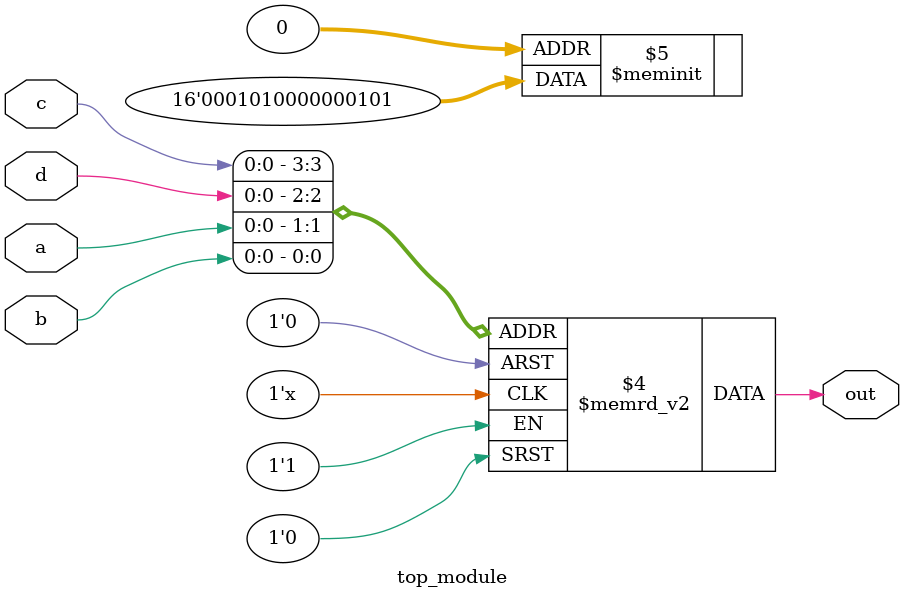
<source format=sv>
module top_module (
    input a, 
    input b,
    input c,
    input d,
    output reg out
);

always @(*) begin
    case ({c, d, a, b})
        4'b0000, 4'b0010, 4'b1010, 4'b1100: out = 1'b1;
        4'b0001, 4'b0011, 4'b1001, 4'b1111: out = 1'b0;
        default: out = 1'b0;
    endcase
end

endmodule

</source>
